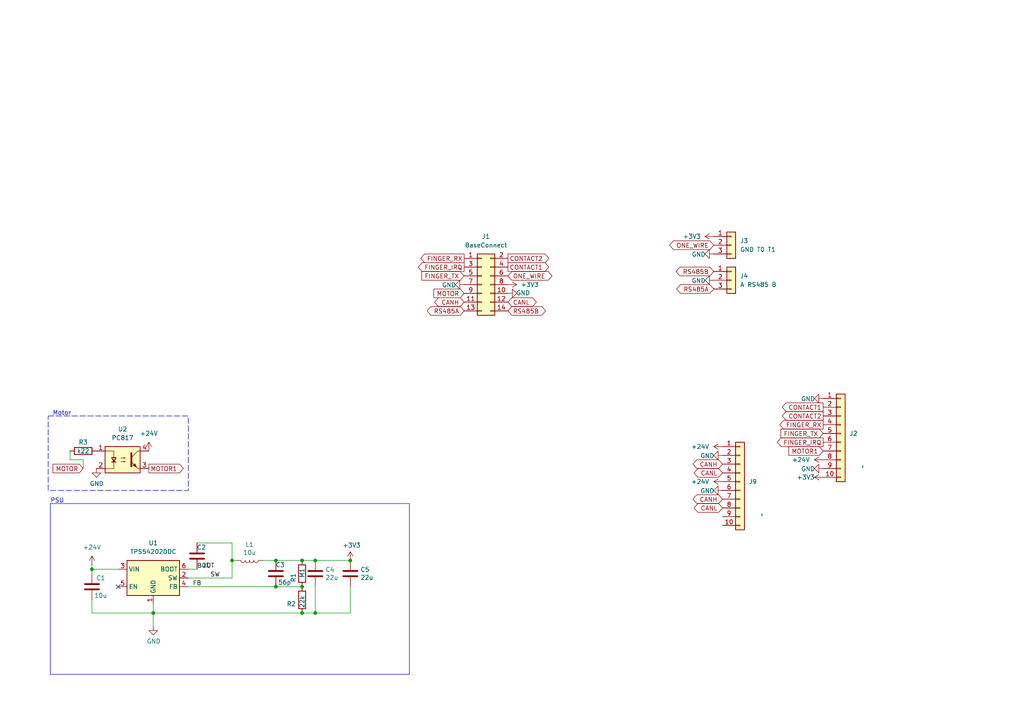
<source format=kicad_sch>
(kicad_sch (version 20230121) (generator eeschema)
  (paper "A4")
  (lib_symbols
    (symbol "+24V_1" (power) (pin_names (offset 0))
      (property "Value" "+24V_1" (at 0 3.556 0))
      (symbol "+24V_1_0_1"
        (polyline (pts (xy -0.762 1.27) (xy 0 2.54)))
        (polyline (pts (xy 0 0) (xy 0 2.54)))
        (polyline (pts (xy 0 2.54) (xy 0.762 1.27)))
      )
      (symbol "+24V_1_1_1"
        (pin power_in line (at 0 0 90) (length 0) hide (name "+24V") (number "1"))
      )
    )
    (symbol "Connector_Generic:Conn_01x03" (pin_names (offset 1.016) hide)
      (property "Reference" "J" (at 0 5.08 0))
      (property "Value" "Conn_01x03" (at 0 -5.08 0))
      (symbol "Conn_01x03_1_1"
        (rectangle (start -1.27 -2.413) (end 0 -2.667) (stroke (width 0.1524)))
        (rectangle (start -1.27 0.127) (end 0 -0.127) (stroke (width 0.1524)))
        (rectangle (start -1.27 2.667) (end 0 2.413) (stroke (width 0.1524)))
        (rectangle (start -1.27 3.81) (end 1.27 -3.81) (stroke (width 0.254)) (fill (type background)))
        (pin passive line (at -5.08 2.54 0) (length 3.81) (name "Pin_1") (number "1"))
        (pin passive line (at -5.08 0 0) (length 3.81) (name "Pin_2") (number "2"))
        (pin passive line (at -5.08 -2.54 0) (length 3.81) (name "Pin_3") (number "3"))
      )
    )
    (symbol "Connector_Generic:Conn_01x10" (pin_names (offset 1.016) hide)
      (property "Reference" "J" (at 0 12.7 0))
      (property "Value" "Conn_01x10" (at 0 -15.24 0))
      (symbol "Conn_01x10_1_1"
        (rectangle (start -1.27 -12.573) (end 0 -12.827) (stroke (width 0.1524)))
        (rectangle (start -1.27 -10.033) (end 0 -10.287) (stroke (width 0.1524)))
        (rectangle (start -1.27 -7.493) (end 0 -7.747) (stroke (width 0.1524)))
        (rectangle (start -1.27 -4.953) (end 0 -5.207) (stroke (width 0.1524)))
        (rectangle (start -1.27 -2.413) (end 0 -2.667) (stroke (width 0.1524)))
        (rectangle (start -1.27 0.127) (end 0 -0.127) (stroke (width 0.1524)))
        (rectangle (start -1.27 2.667) (end 0 2.413) (stroke (width 0.1524)))
        (rectangle (start -1.27 5.207) (end 0 4.953) (stroke (width 0.1524)))
        (rectangle (start -1.27 7.747) (end 0 7.493) (stroke (width 0.1524)))
        (rectangle (start -1.27 10.287) (end 0 10.033) (stroke (width 0.1524)))
        (rectangle (start -1.27 11.43) (end 1.27 -13.97) (stroke (width 0.254)) (fill (type background)))
        (pin passive line (at -5.08 10.16 0) (length 3.81) (name "Pin_1") (number "1"))
        (pin passive line (at -5.08 -12.7 0) (length 3.81) (name "Pin_10") (number "10"))
        (pin passive line (at -5.08 7.62 0) (length 3.81) (name "Pin_2") (number "2"))
        (pin passive line (at -5.08 5.08 0) (length 3.81) (name "Pin_3") (number "3"))
        (pin passive line (at -5.08 2.54 0) (length 3.81) (name "Pin_4") (number "4"))
        (pin passive line (at -5.08 0 0) (length 3.81) (name "Pin_5") (number "5"))
        (pin passive line (at -5.08 -2.54 0) (length 3.81) (name "Pin_6") (number "6"))
        (pin passive line (at -5.08 -5.08 0) (length 3.81) (name "Pin_7") (number "7"))
        (pin passive line (at -5.08 -7.62 0) (length 3.81) (name "Pin_8") (number "8"))
        (pin passive line (at -5.08 -10.16 0) (length 3.81) (name "Pin_9") (number "9"))
      )
    )
    (symbol "Connector_Generic:Conn_02x07_Odd_Even" (pin_names (offset 1.016) hide)
      (property "Reference" "J" (at 1.27 10.16 0))
      (property "Value" "Conn_02x07_Odd_Even" (at 1.27 -10.16 0))
      (symbol "Conn_02x07_Odd_Even_1_1"
        (rectangle (start -1.27 -7.493) (end 0 -7.747) (stroke (width 0.1524)))
        (rectangle (start -1.27 -4.953) (end 0 -5.207) (stroke (width 0.1524)))
        (rectangle (start -1.27 -2.413) (end 0 -2.667) (stroke (width 0.1524)))
        (rectangle (start -1.27 0.127) (end 0 -0.127) (stroke (width 0.1524)))
        (rectangle (start -1.27 2.667) (end 0 2.413) (stroke (width 0.1524)))
        (rectangle (start -1.27 5.207) (end 0 4.953) (stroke (width 0.1524)))
        (rectangle (start -1.27 7.747) (end 0 7.493) (stroke (width 0.1524)))
        (rectangle (start -1.27 8.89) (end 3.81 -8.89) (stroke (width 0.254)) (fill (type background)))
        (rectangle (start 3.81 -7.493) (end 2.54 -7.747) (stroke (width 0.1524)))
        (rectangle (start 3.81 -4.953) (end 2.54 -5.207) (stroke (width 0.1524)))
        (rectangle (start 3.81 -2.413) (end 2.54 -2.667) (stroke (width 0.1524)))
        (rectangle (start 3.81 0.127) (end 2.54 -0.127) (stroke (width 0.1524)))
        (rectangle (start 3.81 2.667) (end 2.54 2.413) (stroke (width 0.1524)))
        (rectangle (start 3.81 5.207) (end 2.54 4.953) (stroke (width 0.1524)))
        (rectangle (start 3.81 7.747) (end 2.54 7.493) (stroke (width 0.1524)))
        (pin passive line (at -5.08 7.62 0) (length 3.81) (name "Pin_1") (number "1"))
        (pin passive line (at 7.62 -2.54 180) (length 3.81) (name "Pin_10") (number "10"))
        (pin passive line (at -5.08 -5.08 0) (length 3.81) (name "Pin_11") (number "11"))
        (pin passive line (at 7.62 -5.08 180) (length 3.81) (name "Pin_12") (number "12"))
        (pin passive line (at -5.08 -7.62 0) (length 3.81) (name "Pin_13") (number "13"))
        (pin passive line (at 7.62 -7.62 180) (length 3.81) (name "Pin_14") (number "14"))
        (pin passive line (at 7.62 7.62 180) (length 3.81) (name "Pin_2") (number "2"))
        (pin passive line (at -5.08 5.08 0) (length 3.81) (name "Pin_3") (number "3"))
        (pin passive line (at 7.62 5.08 180) (length 3.81) (name "Pin_4") (number "4"))
        (pin passive line (at -5.08 2.54 0) (length 3.81) (name "Pin_5") (number "5"))
        (pin passive line (at 7.62 2.54 180) (length 3.81) (name "Pin_6") (number "6"))
        (pin passive line (at -5.08 0 0) (length 3.81) (name "Pin_7") (number "7"))
        (pin passive line (at 7.62 0 180) (length 3.81) (name "Pin_8") (number "8"))
        (pin passive line (at -5.08 -2.54 0) (length 3.81) (name "Pin_9") (number "9"))
      )
    )
    (symbol "Device:C" (pin_numbers hide) (pin_names (offset 0.254))
      (property "Reference" "C" (at 0.635 2.54 0))
      (property "Value" "C" (at 0.635 -2.54 0))
      (symbol "C_0_1"
        (polyline (pts (xy -2.032 -0.762) (xy 2.032 -0.762)) (stroke (width 0.508)))
        (polyline (pts (xy -2.032 0.762) (xy 2.032 0.762)) (stroke (width 0.508)))
      )
      (symbol "C_1_1"
        (pin passive line (at 0 3.81 270) (length 2.794) (name "~") (number "1"))
        (pin passive line (at 0 -3.81 90) (length 2.794) (name "~") (number "2"))
      )
    )
    (symbol "Device:L" (pin_numbers hide) (pin_names (offset 1.016) hide)
      (property "Reference" "L" (at -1.27 0 90))
      (property "Value" "L" (at 1.905 0 90))
      (symbol "L_0_1"
        (arc (start 0 -2.54) (mid 0.6323 -1.905) (end 0 -1.27))
        (arc (start 0 -1.27) (mid 0.6323 -0.635) (end 0 0))
        (arc (start 0 0) (mid 0.6323 0.635) (end 0 1.27))
        (arc (start 0 1.27) (mid 0.6323 1.905) (end 0 2.54))
      )
      (symbol "L_1_1"
        (pin passive line (at 0 3.81 270) (length 1.27) (name "1") (number "1"))
        (pin passive line (at 0 -3.81 90) (length 1.27) (name "2") (number "2"))
      )
    )
    (symbol "Device:R" (pin_numbers hide) (pin_names (offset 0))
      (property "Reference" "R" (at 2.032 0 90))
      (property "Value" "R" (at 0 0 90))
      (symbol "R_0_1"
        (rectangle (start -1.016 -2.54) (end 1.016 2.54) (stroke (width 0.254)))
      )
      (symbol "R_1_1"
        (pin passive line (at 0 3.81 270) (length 1.27) (name "~") (number "1"))
        (pin passive line (at 0 -3.81 90) (length 1.27) (name "~") (number "2"))
      )
    )
    (symbol "Isolator:PC817" (pin_names (offset 1.016))
      (property "Reference" "U" (at -5.08 5.08 0))
      (property "Value" "PC817" (at 0 5.08 0))
      (symbol "PC817_0_1"
        (rectangle (start -5.08 3.81) (end 5.08 -3.81) (stroke (width 0.254)) (fill (type background)))
        (polyline (pts (xy -3.175 -0.635) (xy -1.905 -0.635)) (stroke (width 0.254)))
        (polyline (pts (xy 2.54 0.635) (xy 4.445 2.54)))
        (polyline (pts (xy 4.445 -2.54) (xy 2.54 -0.635)) (fill (type outline)))
        (polyline (pts (xy 4.445 -2.54) (xy 5.08 -2.54)))
        (polyline (pts (xy 4.445 2.54) (xy 5.08 2.54)))
        (polyline (pts (xy -5.08 2.54) (xy -2.54 2.54) (xy -2.54 -0.635)))
        (polyline (pts (xy -2.54 -0.635) (xy -2.54 -2.54) (xy -5.08 -2.54)))
        (polyline (pts (xy 2.54 1.905) (xy 2.54 -1.905) (xy 2.54 -1.905)) (stroke (width 0.508)))
        (polyline (pts (xy -2.54 -0.635) (xy -3.175 0.635) (xy -1.905 0.635) (xy -2.54 -0.635)) (stroke (width 0.254)))
        (polyline (pts (xy -0.508 -0.508) (xy 0.762 -0.508) (xy 0.381 -0.635) (xy 0.381 -0.381) (xy 0.762 -0.508)))
        (polyline (pts (xy -0.508 0.508) (xy 0.762 0.508) (xy 0.381 0.381) (xy 0.381 0.635) (xy 0.762 0.508)))
        (polyline (pts (xy 3.048 -1.651) (xy 3.556 -1.143) (xy 4.064 -2.159) (xy 3.048 -1.651) (xy 3.048 -1.651)) (fill (type outline)))
      )
      (symbol "PC817_1_1"
        (pin passive line (at -7.62 2.54 0) (length 2.54) (name "~") (number "1"))
        (pin passive line (at -7.62 -2.54 0) (length 2.54) (name "~") (number "2"))
        (pin passive line (at 7.62 -2.54 180) (length 2.54) (name "~") (number "3"))
        (pin passive line (at 7.62 2.54 180) (length 2.54) (name "~") (number "4"))
      )
    )
    (symbol "Regulator_Switching:TPS54202DDC"
      (property "Reference" "U" (at -7.62 6.35 0))
      (property "Value" "TPS54202DDC" (at 0 6.35 0))
      (symbol "TPS54202DDC_0_1"
        (rectangle (start -7.62 5.08) (end 7.62 -5.08) (stroke (width 0.254)) (fill (type background)))
      )
      (symbol "TPS54202DDC_1_1"
        (pin power_in line (at 0 -7.62 90) (length 2.54) (name "GND") (number "1"))
        (pin power_out line (at 10.16 0 180) (length 2.54) (name "SW") (number "2"))
        (pin power_in line (at -10.16 2.54 0) (length 2.54) (name "VIN") (number "3"))
        (pin input line (at 10.16 -2.54 180) (length 2.54) (name "FB") (number "4"))
        (pin input line (at -10.16 -2.54 0) (length 2.54) (name "EN") (number "5"))
        (pin passive line (at 10.16 2.54 180) (length 2.54) (name "BOOT") (number "6"))
      )
    )
    (symbol "power:+24V" (power) (pin_names (offset 0))
      (property "Value" "+24V" (at 0 3.556 0))
      (symbol "+24V_0_1"
        (polyline (pts (xy -0.762 1.27) (xy 0 2.54)))
        (polyline (pts (xy 0 0) (xy 0 2.54)))
        (polyline (pts (xy 0 2.54) (xy 0.762 1.27)))
      )
      (symbol "+24V_1_1"
        (pin power_in line (at 0 0 90) (length 0) hide (name "+24V") (number "1"))
      )
    )
    (symbol "power:+3V3" (power) (pin_names (offset 0))
      (property "Value" "+3V3" (at 0 3.556 0))
      (symbol "+3V3_0_1"
        (polyline (pts (xy -0.762 1.27) (xy 0 2.54)))
        (polyline (pts (xy 0 0) (xy 0 2.54)))
        (polyline (pts (xy 0 2.54) (xy 0.762 1.27)))
      )
      (symbol "+3V3_1_1"
        (pin power_in line (at 0 0 90) (length 0) hide (name "+3V3") (number "1"))
      )
    )
    (symbol "power:GND" (power) (pin_names (offset 0))
      (property "Value" "GND" (at 0 -3.81 0))
      (symbol "GND_0_1"
        (polyline (pts (xy 0 0) (xy 0 -1.27) (xy 1.27 -1.27) (xy 0 -2.54) (xy -1.27 -1.27) (xy 0 -1.27)))
      )
      (symbol "GND_1_1"
        (pin power_in line (at 0 0 270) (length 0) hide (name "GND") (number "1"))
      )
    )
  )
  (junction (at 80.01 162.56))
  (junction (at 87.63 162.56))
  (junction (at 91.44 162.56))
  (junction (at 87.63 170.18))
  (junction (at 67.31 162.56))
  (junction (at 80.01 170.18))
  (junction (at 101.6 162.56))
  (junction (at 87.63 177.8))
  (junction (at 91.44 177.8))
  (junction (at 44.45 177.8))
  (junction (at 26.67 165.1))
  (no_connect (at 34.29 170.18))
  (wire (pts (xy 80.01 170.18) (xy 87.63 170.18)))
  (wire (pts (xy 67.31 157.48) (xy 67.31 162.56)))
  (wire (pts (xy 44.45 177.8) (xy 87.63 177.8)))
  (wire (pts (xy 101.6 177.8) (xy 91.44 177.8)))
  (wire (pts (xy 80.01 162.56) (xy 87.63 162.56)))
  (wire (pts (xy 76.2 162.56) (xy 80.01 162.56)))
  (wire (pts (xy 57.15 157.48) (xy 67.31 157.48)))
  (wire (pts (xy 24.13 135.89) (xy 24.13 133.35)))
  (wire (pts (xy 101.6 170.18) (xy 101.6 177.8)))
  (polyline (pts (xy 118.745 146.05) (xy 118.745 195.58)))
  (wire (pts (xy 26.67 166.37) (xy 26.67 165.1)))
  (wire (pts (xy 41.91 135.89) (xy 43.18 135.89)))
  (wire (pts (xy 91.44 177.8) (xy 87.63 177.8)))
  (wire (pts (xy 67.31 162.56) (xy 67.31 167.64)))
  (wire (pts (xy 57.15 165.1) (xy 54.61 165.1)))
  (polyline (pts (xy 14.605 146.05) (xy 14.605 195.58)))
  (wire (pts (xy 68.58 162.56) (xy 67.31 162.56)))
  (wire (pts (xy 24.13 133.35) (xy 20.32 133.35)))
  (wire (pts (xy 20.32 130.81) (xy 20.32 133.35)))
  (wire (pts (xy 44.45 177.8) (xy 44.45 181.61)))
  (wire (pts (xy 26.67 165.1) (xy 26.67 163.83)))
  (wire (pts (xy 91.44 170.18) (xy 91.44 177.8)))
  (wire (pts (xy 26.67 165.1) (xy 34.29 165.1)))
  (wire (pts (xy 26.67 173.99) (xy 26.67 177.8)))
  (wire (pts (xy 91.44 162.56) (xy 101.6 162.56)))
  (wire (pts (xy 44.45 177.8) (xy 44.45 175.26)))
  (polyline (pts (xy 14.605 146.05) (xy 118.745 146.05)))
  (wire (pts (xy 87.63 162.56) (xy 91.44 162.56)))
  (wire (pts (xy 54.61 170.18) (xy 80.01 170.18)))
  (wire (pts (xy 26.67 177.8) (xy 44.45 177.8)))
  (wire (pts (xy 54.61 167.64) (xy 67.31 167.64)))
  (polyline (pts (xy 118.745 195.58) (xy 14.605 195.58)))
  (rectangle (start 13.97 120.65) (end 54.61 142.24) (stroke (width 0) (type dash)))
  (text "Motor" (at 15.24 120.65 0) (effects (font (size 1.27 1.27)) (justify left bottom)))
  (text "PSU" (at 14.605 146.05 0) (effects (font (size 1.27 1.27)) (justify left bottom)))
  (label "SW" (at 60.96 167.64 0))
  (label "FB" (at 55.88 170.18 0))
  (label "BOOT" (at 57.15 165.1 0))
  (global_label "ONE_WIRE" (shape bidirectional) (at 147.32 80.01 0) (property "Intersheetrefs" "${INTERSHEET_REFS}" (effects hide)))
  (global_label "ONE_WIRE" (shape bidirectional) (at 207.01 71.12 180) (property "Intersheetrefs" "${INTERSHEET_REFS}" (effects hide)))
  (global_label "CANL" (shape bidirectional) (at 209.55 147.32 180) (property "Intersheetrefs" "${INTERSHEET_REFS}" (effects hide)))
  (global_label "MOTOR" (shape input) (at 24.13 135.89 180) (property "Intersheetrefs" "${INTERSHEET_REFS}" (effects hide)))
  (global_label "MOTOR1" (shape output) (at 43.18 135.89 0) (property "Intersheetrefs" "${INTERSHEET_REFS}" (effects hide)))
  (global_label "FINGER_RX" (shape output) (at 134.62 74.93 180) (property "Intersheetrefs" "${INTERSHEET_REFS}" (effects hide)))
  (global_label "FINGER_RX" (shape output) (at 238.76 123.19 180) (property "Intersheetrefs" "${INTERSHEET_REFS}" (effects hide)))
  (global_label "FINGER_TX" (shape input) (at 134.62 80.01 180) (property "Intersheetrefs" "${INTERSHEET_REFS}" (effects hide)))
  (global_label "CANH" (shape bidirectional) (at 209.55 144.78 180) (property "Intersheetrefs" "${INTERSHEET_REFS}" (effects hide)))
  (global_label "FINGER_TX" (shape input) (at 238.76 125.73 180) (property "Intersheetrefs" "${INTERSHEET_REFS}" (effects hide)))
  (global_label "CONTACT2" (shape output) (at 147.32 74.93 0) (property "Intersheetrefs" "${INTERSHEET_REFS}" (effects hide)))
  (global_label "CANL" (shape bidirectional) (at 147.32 87.63 0) (property "Intersheetrefs" "${INTERSHEET_REFS}" (effects hide)))
  (global_label "FINGER_IRQ" (shape output) (at 238.76 128.27 180) (property "Intersheetrefs" "${INTERSHEET_REFS}" (effects hide)))
  (global_label "RS485B" (shape bidirectional) (at 207.01 78.74 180) (property "Intersheetrefs" "${INTERSHEET_REFS}" (effects hide)))
  (global_label "CANH" (shape bidirectional) (at 134.62 87.63 180) (property "Intersheetrefs" "${INTERSHEET_REFS}" (effects hide)))
  (global_label "CONTACT1" (shape output) (at 238.76 118.11 180) (property "Intersheetrefs" "${INTERSHEET_REFS}" (effects hide)))
  (global_label "CANH" (shape bidirectional) (at 209.55 134.62 180) (property "Intersheetrefs" "${INTERSHEET_REFS}" (effects hide)))
  (global_label "RS485B" (shape bidirectional) (at 147.32 90.17 0) (property "Intersheetrefs" "${INTERSHEET_REFS}" (effects hide)))
  (global_label "CONTACT2" (shape output) (at 238.76 120.65 180) (property "Intersheetrefs" "${INTERSHEET_REFS}" (effects hide)))
  (global_label "CONTACT1" (shape output) (at 147.32 77.47 0) (property "Intersheetrefs" "${INTERSHEET_REFS}" (effects hide)))
  (global_label "RS485A" (shape bidirectional) (at 207.01 83.82 180) (property "Intersheetrefs" "${INTERSHEET_REFS}" (effects hide)))
  (global_label "MOTOR1" (shape input) (at 238.76 130.81 180) (property "Intersheetrefs" "${INTERSHEET_REFS}" (effects hide)))
  (global_label "RS485A" (shape bidirectional) (at 134.62 90.17 180) (property "Intersheetrefs" "${INTERSHEET_REFS}" (effects hide)))
  (global_label "CANL" (shape bidirectional) (at 209.55 137.16 180) (property "Intersheetrefs" "${INTERSHEET_REFS}" (effects hide)))
  (global_label "FINGER_IRQ" (shape output) (at 134.62 77.47 180) (property "Intersheetrefs" "${INTERSHEET_REFS}" (effects hide)))
  (global_label "MOTOR" (shape input) (at 134.62 85.09 180) (property "Intersheetrefs" "${INTERSHEET_REFS}" (effects hide)))
  (symbol (lib_id "power:GND") (at 207.01 81.28 270) (unit 1)
    (property "Reference" "#PWR0101" (effects hide))
    (property "Value" "GND" (at 202.6158 81.407 90))
  )
  (symbol (lib_id "Device:C") (at 91.44 166.37 0) (unit 1)
    (property "Reference" "C4" (at 94.361 165.2016 0) (effects (justify left)))
    (property "Value" "22u" (at 94.361 167.513 0) (effects (justify left)))
    (property "Footprint" "Capacitor_SMD:C_0805_2012Metric_Pad1.18x1.45mm_HandSolder" (effects hide))
  )
  (symbol (lib_id "power:GND") (at 238.76 115.57 270) (unit 1)
    (property "Reference" "#PWR013" (effects hide))
    (property "Value" "GND" (at 234.3658 115.697 90))
  )
  (symbol (lib_id "Connector_Generic:Conn_01x10") (at 243.84 125.73 0) (unit 1)
    (property "Reference" "J2" (at 246.38 125.7299 0) (effects (justify left)))
    (property "Value" "~" (at 250.19 135.89 90) (effects (justify left)))
    (property "Footprint" "liebler_CONN:WAGO_250-210" (effects hide))
  )
  (symbol (lib_id "Device:R") (at 87.63 173.99 180) (unit 1)
    (property "Reference" "R2" (at 85.852 175.1584 0) (effects (justify left)))
    (property "Value" "22k" (at 87.63 172.72 90) (effects (justify left)))
    (property "Footprint" "Resistor_SMD:R_0805_2012Metric_Pad1.20x1.40mm_HandSolder" (effects hide))
  )
  (symbol (lib_id "Device:C") (at 80.01 166.37 180) (unit 1)
    (property "Reference" "C3" (at 81.28 163.83 0))
    (property "Value" "56p" (at 82.55 168.91 0))
    (property "Footprint" "Capacitor_SMD:C_0805_2012Metric_Pad1.18x1.45mm_HandSolder" (effects hide))
  )
  (symbol (lib_id "Regulator_Switching:TPS54202DDC") (at 44.45 167.64 0) (unit 1)
    (property "Reference" "U1" (at 44.45 157.48 0))
    (property "Value" "TPS54202DDC" (at 44.45 160.02 0))
    (property "Footprint" "Package_TO_SOT_SMD:SOT-23-6_Handsoldering" (effects hide))
    (property "Datasheet" "http://www.ti.com/lit/ds/symlink/tps54202.pdf" (effects hide))
  )
  (symbol (lib_id "Device:C") (at 101.6 166.37 0) (unit 1)
    (property "Reference" "C5" (at 104.521 165.2016 0) (effects (justify left)))
    (property "Value" "22u" (at 104.521 167.513 0) (effects (justify left)))
    (property "Footprint" "Capacitor_SMD:C_0805_2012Metric_Pad1.18x1.45mm_HandSolder" (effects hide))
  )
  (symbol (lib_id "power:+3V3") (at 238.76 138.43 90) (unit 1)
    (property "Reference" "#PWR05" (effects hide))
    (property "Value" "+3V3" (at 233.68 138.43 90))
  )
  (symbol (lib_id "power:GND") (at 209.55 132.08 270) (unit 1)
    (property "Reference" "#PWR0103" (effects hide))
    (property "Value" "GND" (at 205.1558 132.207 90))
  )
  (symbol (lib_id "power:GND") (at 207.01 73.66 270) (unit 1)
    (property "Reference" "#PWR0115" (effects hide))
    (property "Value" "GND" (at 202.6158 73.787 90))
  )
  (symbol (lib_id "Connector_Generic:Conn_01x03") (at 212.09 71.12 0) (unit 1)
    (property "Reference" "J3" (at 214.63 69.8499 0) (effects (justify left)))
    (property "Value" "GND T0 T1" (at 214.63 72.3899 0) (effects (justify left)))
    (property "Footprint" "liebler_CONN:KF250-3.5-3P-A" (effects hide))
  )
  (symbol (lib_id "power:+3V3") (at 101.6 162.56 0) (unit 1)
    (property "Reference" "#PWR03" (effects hide))
    (property "Value" "+3V3" (at 101.981 158.1658 0))
  )
  (symbol (lib_name "+24V_1") (lib_id "power:+24V") (at 238.76 133.35 90) (unit 1)
    (property "Reference" "#PWR07" (effects hide))
    (property "Value" "+24V" (at 234.95 133.35 90) (effects (justify left)))
  )
  (symbol (lib_id "power:+24V") (at 26.67 163.83 0) (unit 1)
    (property "Reference" "#PWR01" (effects hide))
    (property "Value" "+24V" (at 26.67 158.75 0))
  )
  (symbol (lib_id "Device:R") (at 24.13 130.81 270) (unit 1)
    (property "Reference" "R3" (at 24.13 128.27 90))
    (property "Value" "k22" (at 24.13 130.81 90))
    (property "Footprint" "Resistor_SMD:R_0805_2012Metric_Pad1.20x1.40mm_HandSolder" (effects hide))
  )
  (symbol (lib_id "power:GND") (at 238.76 135.89 270) (unit 1)
    (property "Reference" "#PWR06" (effects hide))
    (property "Value" "GND" (at 234.3658 136.017 90))
  )
  (symbol (lib_id "Device:R") (at 87.63 166.37 0) (unit 1)
    (property "Reference" "R1" (at 85.09 168.91 90) (effects (justify left)))
    (property "Value" "M1" (at 87.63 167.64 90) (effects (justify left)))
    (property "Footprint" "Resistor_SMD:R_0805_2012Metric_Pad1.20x1.40mm_HandSolder" (effects hide))
  )
  (symbol (lib_name "+24V_1") (lib_id "power:+24V") (at 43.18 130.81 0) (unit 1)
    (property "Reference" "#PWR09" (effects hide))
    (property "Value" "+24V" (at 43.18 125.73 0))
  )
  (symbol (lib_id "Connector_Generic:Conn_01x03") (at 212.09 81.28 0) (unit 1)
    (property "Reference" "J4" (at 214.63 80.0099 0) (effects (justify left)))
    (property "Value" "A RS485 B" (at 214.63 82.5499 0) (effects (justify left)))
    (property "Footprint" "liebler_CONN:KF250-3.5-3P-A" (effects hide))
  )
  (symbol (lib_id "power:GND") (at 209.55 142.24 270) (unit 1)
    (property "Reference" "#PWR0104" (effects hide))
    (property "Value" "GND" (at 205.1558 142.367 90))
  )
  (symbol (lib_id "Device:L") (at 72.39 162.56 270) (unit 1)
    (property "Reference" "L1" (at 72.39 157.9626 90))
    (property "Value" "10u" (at 72.39 160.274 90))
    (property "Footprint" "liebler_PASSIVES:L_0630" (effects hide))
    (property "Datasheet" "C408449" (effects hide))
  )
  (symbol (lib_id "Isolator:PC817") (at 35.56 133.35 0) (unit 1)
    (property "Reference" "U2" (at 35.56 124.46 0))
    (property "Value" "PC817" (at 35.56 127 0))
    (property "Footprint" "liebler_SEMICONDUCTORS:mdip_4_handsolder" (effects hide))
    (property "Datasheet" "http://www.soselectronic.cz/a_info/resource/d/pc817.pdf" (effects hide))
  )
  (symbol (lib_id "Connector_Generic:Conn_01x10") (at 214.63 139.7 0) (unit 1)
    (property "Reference" "J9" (at 217.17 139.6999 0) (effects (justify left)))
    (property "Value" "~" (at 220.98 149.86 90) (effects (justify left)))
    (property "Footprint" "liebler_CONN:WAGO_250-210" (effects hide))
  )
  (symbol (lib_id "power:+24V") (at 209.55 139.7 90) (unit 1)
    (property "Reference" "#PWR0108" (effects hide))
    (property "Value" "+24V" (at 205.74 139.6999 90) (effects (justify left)))
  )
  (symbol (lib_id "power:GND") (at 44.45 181.61 0) (unit 1)
    (property "Reference" "#PWR02" (effects hide))
    (property "Value" "GND" (at 44.577 186.0042 0))
  )
  (symbol (lib_id "power:+3V3") (at 147.32 82.55 270) (unit 1)
    (property "Reference" "#PWR012" (effects hide))
    (property "Value" "+3V3" (at 153.67 82.55 90))
  )
  (symbol (lib_id "power:GND") (at 134.62 82.55 270) (unit 1)
    (property "Reference" "#PWR011" (effects hide))
    (property "Value" "GND" (at 130.2258 82.677 90))
  )
  (symbol (lib_id "Device:C") (at 26.67 170.18 180) (unit 1)
    (property "Reference" "C1" (at 29.21 167.64 0))
    (property "Value" "10u" (at 29.21 172.72 0))
    (property "Footprint" "Capacitor_SMD:C_1206_3216Metric_Pad1.33x1.80mm_HandSolder" (effects hide))
  )
  (symbol (lib_id "power:GND") (at 27.94 135.89 0) (unit 1)
    (property "Reference" "#PWR08" (effects hide))
    (property "Value" "GND" (at 28.067 140.2842 0))
  )
  (symbol (lib_id "power:+3V3") (at 207.01 68.58 90) (unit 1)
    (property "Reference" "#PWR04" (effects hide))
    (property "Value" "+3V3" (at 200.66 68.58 90))
  )
  (symbol (lib_id "power:+24V") (at 209.55 129.54 90) (unit 1)
    (property "Reference" "#PWR0102" (effects hide))
    (property "Value" "+24V" (at 205.74 129.5399 90) (effects (justify left)))
  )
  (symbol (lib_id "Connector_Generic:Conn_02x07_Odd_Even") (at 139.7 82.55 0) (unit 1)
    (property "Reference" "J1" (at 140.97 68.58 0))
    (property "Value" "BaseConnect" (at 140.97 71.12 0))
    (property "Footprint" "Connector_PinHeader_2.54mm:PinHeader_2x07_P2.54mm_Vertical" (effects hide))
  )
  (symbol (lib_id "power:GND") (at 147.32 85.09 90) (unit 1)
    (property "Reference" "#PWR010" (effects hide))
    (property "Value" "GND" (at 151.7142 84.963 90))
  )
  (symbol (lib_id "Device:C") (at 57.15 161.29 180) (unit 1)
    (property "Reference" "C2" (at 58.42 158.75 0))
    (property "Value" "u1" (at 59.69 163.83 0))
    (property "Footprint" "Capacitor_SMD:C_0805_2012Metric_Pad1.18x1.45mm_HandSolder" (effects hide))
  )
)
</source>
